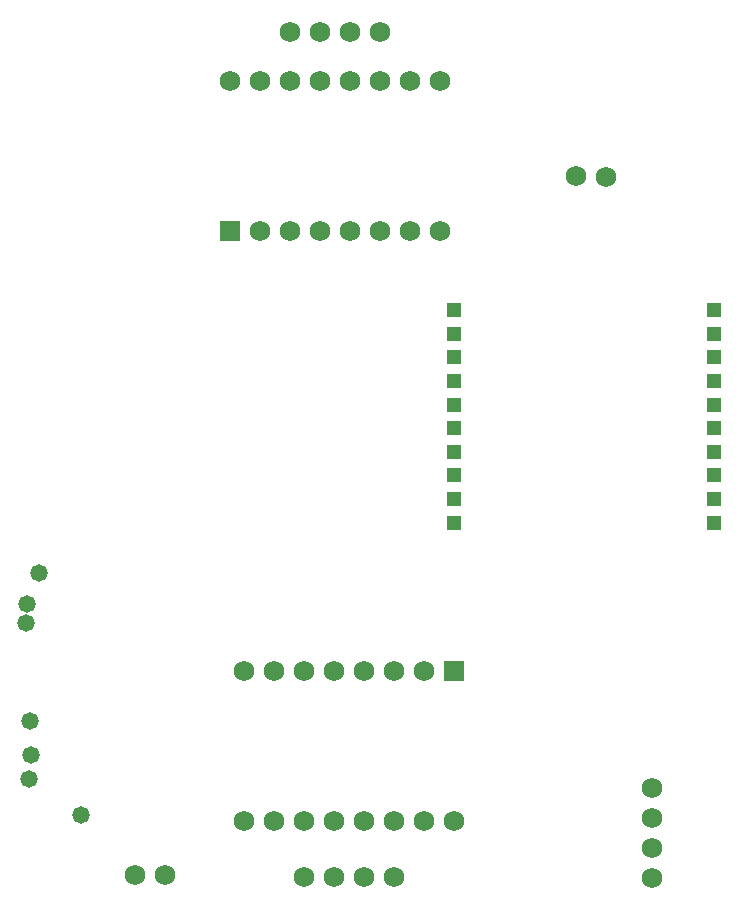
<source format=gbs>
G04*
G04 #@! TF.GenerationSoftware,Altium Limited,Altium Designer,19.0.15 (446)*
G04*
G04 Layer_Color=16711935*
%FSLAX25Y25*%
%MOIN*%
G70*
G01*
G75*
%ADD19C,0.06800*%
%ADD20C,0.06902*%
%ADD21R,0.06902X0.06902*%
%ADD22R,0.04769X0.04769*%
%ADD23C,0.05800*%
D19*
X196000Y220500D02*
D03*
X186000D02*
D03*
X358600Y239500D02*
D03*
Y249500D02*
D03*
Y229500D02*
D03*
Y219400D02*
D03*
X333200Y453400D02*
D03*
X267800Y501600D02*
D03*
X343200Y453100D02*
D03*
X257800Y501600D02*
D03*
X247800D02*
D03*
X237800D02*
D03*
X242500Y219700D02*
D03*
X252500D02*
D03*
X262500D02*
D03*
X272500D02*
D03*
D20*
X287800Y485000D02*
D03*
X277800D02*
D03*
X267800D02*
D03*
X257800D02*
D03*
X247800D02*
D03*
X237800D02*
D03*
X227800D02*
D03*
X217800D02*
D03*
X287800Y435000D02*
D03*
X277800D02*
D03*
X267800D02*
D03*
X257800D02*
D03*
X247800D02*
D03*
X237800D02*
D03*
X227800D02*
D03*
X222500Y238300D02*
D03*
X232500D02*
D03*
X242500D02*
D03*
X252500D02*
D03*
X262500D02*
D03*
X272500D02*
D03*
X282500D02*
D03*
X292500D02*
D03*
X222500Y288300D02*
D03*
X232500D02*
D03*
X242500D02*
D03*
X252500D02*
D03*
X262500D02*
D03*
X272500D02*
D03*
X282500D02*
D03*
D21*
X217800Y435000D02*
D03*
X292500Y288300D02*
D03*
D22*
X292586Y408744D02*
D03*
Y400870D02*
D03*
Y392996D02*
D03*
Y385122D02*
D03*
Y377248D02*
D03*
Y369374D02*
D03*
Y361500D02*
D03*
Y353626D02*
D03*
Y345752D02*
D03*
Y337878D02*
D03*
X379200Y408744D02*
D03*
Y400870D02*
D03*
Y392996D02*
D03*
Y385122D02*
D03*
Y377248D02*
D03*
Y369374D02*
D03*
Y361500D02*
D03*
Y353626D02*
D03*
Y345752D02*
D03*
Y337878D02*
D03*
D23*
X168200Y240600D02*
D03*
X154200Y321100D02*
D03*
X151000Y271900D02*
D03*
X149907Y304400D02*
D03*
X150200Y310700D02*
D03*
X150900Y252400D02*
D03*
X151500Y260500D02*
D03*
M02*

</source>
